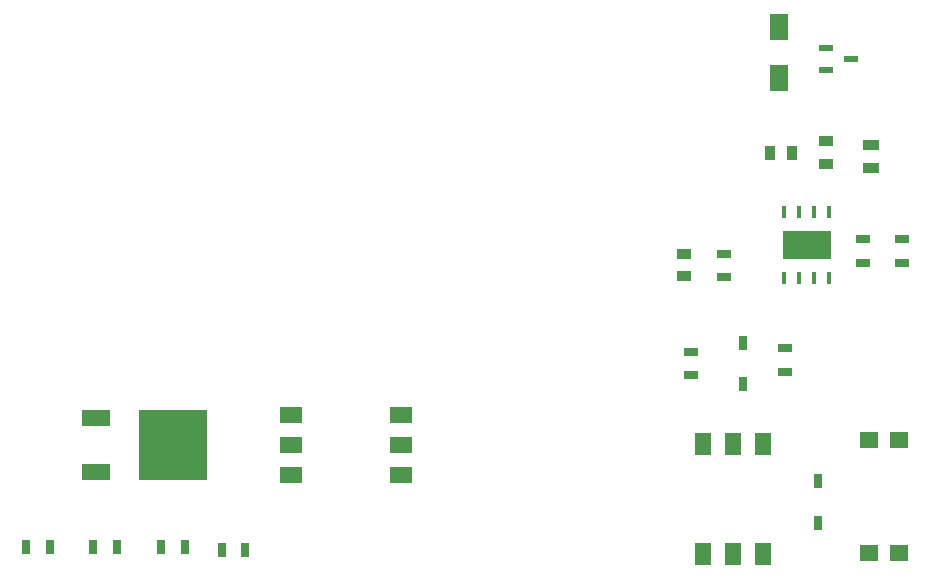
<source format=gtp>
G04*
G04 #@! TF.GenerationSoftware,Altium Limited,Altium Designer,24.5.1 (21)*
G04*
G04 Layer_Color=8421504*
%FSLAX44Y44*%
%MOMM*%
G71*
G04*
G04 #@! TF.SameCoordinates,667E7DA7-0DE7-46C7-9864-8DF00163D8D0*
G04*
G04*
G04 #@! TF.FilePolarity,Positive*
G04*
G01*
G75*
%ADD15R,0.9000X1.3000*%
%ADD16R,1.3000X0.9000*%
%ADD17R,1.5500X1.4000*%
%ADD18R,1.4000X1.9000*%
%ADD19R,0.8000X1.1500*%
%ADD20R,1.5500X2.3000*%
%ADD21R,1.2500X0.7000*%
%ADD22R,1.4000X0.9500*%
%ADD23R,1.2500X0.6000*%
%ADD24R,4.1000X2.4000*%
%ADD25R,0.4500X1.1000*%
%ADD26R,1.9000X1.4000*%
%ADD27R,2.4000X1.4000*%
%ADD28R,5.7500X5.9000*%
%ADD29R,0.7000X1.2500*%
D15*
X1076300Y622300D02*
D03*
X1057300D02*
D03*
D16*
X984758Y536804D02*
D03*
Y517804D02*
D03*
X1104900Y631800D02*
D03*
Y612800D02*
D03*
D17*
X1166368Y378712D02*
D03*
X1140968D02*
D03*
Y283212D02*
D03*
X1166368D02*
D03*
D18*
X1000760Y375430D02*
D03*
X1026160D02*
D03*
X1051560D02*
D03*
Y282430D02*
D03*
X1026160D02*
D03*
X1000760D02*
D03*
D19*
X1097788Y308890D02*
D03*
Y343890D02*
D03*
X1034288Y426264D02*
D03*
Y461264D02*
D03*
D20*
X1065276Y728546D02*
D03*
Y685546D02*
D03*
D21*
X990854Y453738D02*
D03*
Y433738D02*
D03*
X1136396Y528734D02*
D03*
Y548734D02*
D03*
X1169162Y528734D02*
D03*
Y548734D02*
D03*
X1018794Y536542D02*
D03*
Y516542D02*
D03*
X1070356Y456532D02*
D03*
Y436532D02*
D03*
D22*
X1143000Y628600D02*
D03*
Y609600D02*
D03*
D23*
X1104900Y711200D02*
D03*
Y692200D02*
D03*
X1125900Y701700D02*
D03*
D24*
X1088644Y543874D02*
D03*
D25*
X1069594Y571874D02*
D03*
X1082294D02*
D03*
X1094994D02*
D03*
X1107694D02*
D03*
Y515874D02*
D03*
X1094994D02*
D03*
X1082294D02*
D03*
X1069594D02*
D03*
D26*
X652000Y349250D02*
D03*
Y374650D02*
D03*
Y400050D02*
D03*
X745000D02*
D03*
Y374650D02*
D03*
Y349250D02*
D03*
D27*
X487200Y351800D02*
D03*
Y397500D02*
D03*
D28*
X552450Y374650D02*
D03*
D29*
X613250Y286004D02*
D03*
X593250D02*
D03*
X504378Y288290D02*
D03*
X484378D02*
D03*
X447896Y288036D02*
D03*
X427896D02*
D03*
X561942D02*
D03*
X541942D02*
D03*
M02*

</source>
